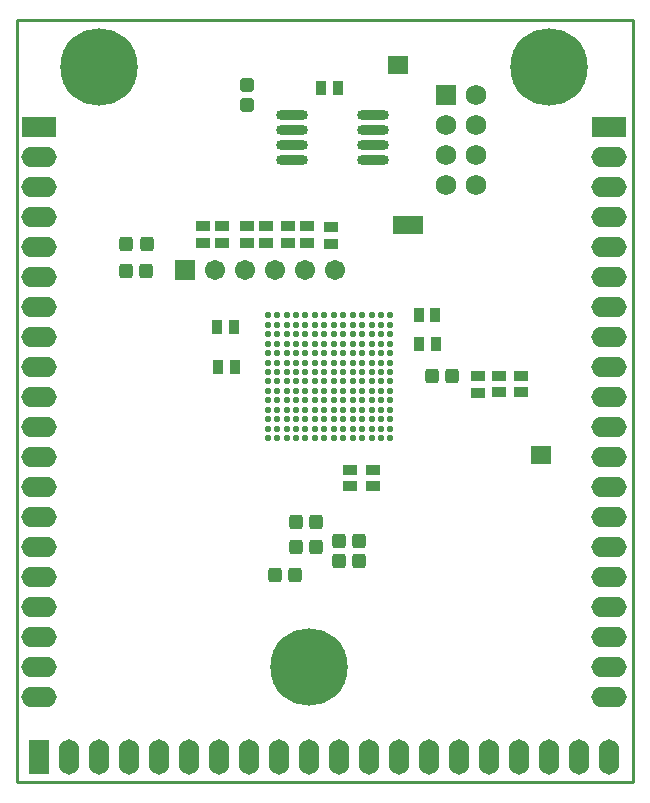
<source format=gts>
G04*
G04 #@! TF.GenerationSoftware,Altium Limited,Altium Designer,20.0.11 (256)*
G04*
G04 Layer_Color=8388736*
%FSLAX25Y25*%
%MOIN*%
G70*
G01*
G75*
%ADD14C,0.01000*%
%ADD26R,0.07087X0.06299*%
%ADD27R,0.10236X0.06299*%
%ADD28R,0.03300X0.05800*%
G04:AMPARAMS|DCode=29|XSize=47.37mil|YSize=43.43mil|CornerRadius=8.43mil|HoleSize=0mil|Usage=FLASHONLY|Rotation=90.000|XOffset=0mil|YOffset=0mil|HoleType=Round|Shape=RoundedRectangle|*
%AMROUNDEDRECTD29*
21,1,0.04737,0.02657,0,0,90.0*
21,1,0.03051,0.04343,0,0,90.0*
1,1,0.01686,0.01329,0.01526*
1,1,0.01686,0.01329,-0.01526*
1,1,0.01686,-0.01329,-0.01526*
1,1,0.01686,-0.01329,0.01526*
%
%ADD29ROUNDEDRECTD29*%
%ADD30C,0.02178*%
%ADD31O,0.10642X0.03359*%
G04:AMPARAMS|DCode=32|XSize=47.37mil|YSize=43.43mil|CornerRadius=8.43mil|HoleSize=0mil|Usage=FLASHONLY|Rotation=0.000|XOffset=0mil|YOffset=0mil|HoleType=Round|Shape=RoundedRectangle|*
%AMROUNDEDRECTD32*
21,1,0.04737,0.02657,0,0,0.0*
21,1,0.03051,0.04343,0,0,0.0*
1,1,0.01686,0.01526,-0.01329*
1,1,0.01686,-0.01526,-0.01329*
1,1,0.01686,-0.01526,0.01329*
1,1,0.01686,0.01526,0.01329*
%
%ADD32ROUNDEDRECTD32*%
%ADD33R,0.03753X0.04540*%
%ADD34R,0.04540X0.03753*%
%ADD35C,0.06706*%
%ADD36R,0.06706X0.06706*%
%ADD37C,0.06902*%
%ADD38R,0.06902X0.06902*%
%ADD39C,0.25800*%
%ADD40O,0.11800X0.06800*%
%ADD41R,0.11800X0.06800*%
%ADD42O,0.06800X0.11800*%
%ADD43R,0.06800X0.11800*%
D14*
X320000Y146500D02*
X525500D01*
Y400500D01*
X320000D02*
X525500D01*
X320000Y146500D02*
Y400500D01*
D26*
X494758Y255776D02*
D03*
X447076Y385749D02*
D03*
D27*
X450193Y332206D02*
D03*
D28*
X493136Y255776D02*
D03*
X496379D02*
D03*
X446996Y332206D02*
D03*
X450240D02*
D03*
X453484D02*
D03*
X448698Y385749D02*
D03*
X445455D02*
D03*
D29*
X412984Y224953D02*
D03*
X419676D02*
D03*
X363188Y325888D02*
D03*
X356495D02*
D03*
X356306Y316932D02*
D03*
X362999D02*
D03*
X465155Y281878D02*
D03*
X458462D02*
D03*
X427262Y226900D02*
D03*
X433955D02*
D03*
X433909Y220234D02*
D03*
X427216D02*
D03*
X419831Y233346D02*
D03*
X413138D02*
D03*
X405983Y215786D02*
D03*
X412676D02*
D03*
D30*
X444487Y261226D02*
D03*
X441338D02*
D03*
X438188D02*
D03*
X435038D02*
D03*
X431889D02*
D03*
X428739D02*
D03*
X425590D02*
D03*
X422440D02*
D03*
X419290D02*
D03*
X416141D02*
D03*
X412991D02*
D03*
X409842D02*
D03*
X406692D02*
D03*
X403542D02*
D03*
X444487Y264375D02*
D03*
X441338D02*
D03*
X438188D02*
D03*
X435038D02*
D03*
X431889D02*
D03*
X428739D02*
D03*
X425590D02*
D03*
X422440D02*
D03*
X419290D02*
D03*
X416141D02*
D03*
X412991D02*
D03*
X409842D02*
D03*
X406692D02*
D03*
X403542D02*
D03*
X444487Y267525D02*
D03*
X441338D02*
D03*
X438188D02*
D03*
X435038D02*
D03*
X431889D02*
D03*
X428739D02*
D03*
X425590D02*
D03*
X422440D02*
D03*
X419290D02*
D03*
X416141D02*
D03*
X412991D02*
D03*
X409842D02*
D03*
X406692D02*
D03*
X403542D02*
D03*
X444487Y270675D02*
D03*
X441338D02*
D03*
X438188D02*
D03*
X435038D02*
D03*
X431889D02*
D03*
X428739D02*
D03*
X425590D02*
D03*
X422440D02*
D03*
X419290D02*
D03*
X416141D02*
D03*
X412991D02*
D03*
X409842D02*
D03*
X406692D02*
D03*
X403542D02*
D03*
X444487Y273824D02*
D03*
X441338D02*
D03*
X438188D02*
D03*
X435038D02*
D03*
X431889D02*
D03*
X428739D02*
D03*
X425590D02*
D03*
X422440D02*
D03*
X419290D02*
D03*
X416141D02*
D03*
X412991D02*
D03*
X409842D02*
D03*
X406692D02*
D03*
X403542D02*
D03*
X444487Y276974D02*
D03*
X441338D02*
D03*
X438188D02*
D03*
X435038D02*
D03*
X431889D02*
D03*
X428739D02*
D03*
X425590D02*
D03*
X422440D02*
D03*
X419290D02*
D03*
X416141D02*
D03*
X412991D02*
D03*
X409842D02*
D03*
X406692D02*
D03*
X403542D02*
D03*
X444487Y280123D02*
D03*
X441338D02*
D03*
X438188D02*
D03*
X435038D02*
D03*
X431889D02*
D03*
X428739D02*
D03*
X425590D02*
D03*
X422440D02*
D03*
X419290D02*
D03*
X416141D02*
D03*
X412991D02*
D03*
X409842D02*
D03*
X406692D02*
D03*
X403542D02*
D03*
X444487Y283273D02*
D03*
X441338D02*
D03*
X438188D02*
D03*
X435038D02*
D03*
X431889D02*
D03*
X428739D02*
D03*
X425590D02*
D03*
X422440D02*
D03*
X419290D02*
D03*
X416141D02*
D03*
X412991D02*
D03*
X409842D02*
D03*
X406692D02*
D03*
X403542D02*
D03*
X444487Y286423D02*
D03*
X441338D02*
D03*
X438188D02*
D03*
X435038D02*
D03*
X431889D02*
D03*
X428739D02*
D03*
X425590D02*
D03*
X422440D02*
D03*
X419290D02*
D03*
X416141D02*
D03*
X412991D02*
D03*
X409842D02*
D03*
X406692D02*
D03*
X403542D02*
D03*
X444487Y289572D02*
D03*
X441338D02*
D03*
X438188D02*
D03*
X435038D02*
D03*
X431889D02*
D03*
X428739D02*
D03*
X425590D02*
D03*
X422440D02*
D03*
X419290D02*
D03*
X416141D02*
D03*
X412991D02*
D03*
X409842D02*
D03*
X406692D02*
D03*
X403542D02*
D03*
X444487Y292722D02*
D03*
X441338D02*
D03*
X438188D02*
D03*
X435038D02*
D03*
X431889D02*
D03*
X428739D02*
D03*
X425590D02*
D03*
X422440D02*
D03*
X419290D02*
D03*
X416141D02*
D03*
X412991D02*
D03*
X409842D02*
D03*
X406692D02*
D03*
X403542D02*
D03*
X444487Y295872D02*
D03*
X441338D02*
D03*
X438188D02*
D03*
X435038D02*
D03*
X431889D02*
D03*
X428739D02*
D03*
X425590D02*
D03*
X422440D02*
D03*
X419290D02*
D03*
X416141D02*
D03*
X412991D02*
D03*
X409842D02*
D03*
X406692D02*
D03*
X403542D02*
D03*
X444487Y299021D02*
D03*
X441338D02*
D03*
X438188D02*
D03*
X435038D02*
D03*
X431889D02*
D03*
X428739D02*
D03*
X425590D02*
D03*
X422440D02*
D03*
X419290D02*
D03*
X416141D02*
D03*
X412991D02*
D03*
X409842D02*
D03*
X406692D02*
D03*
X403542D02*
D03*
X444487Y302171D02*
D03*
X441338D02*
D03*
X438188D02*
D03*
X435038D02*
D03*
X431889D02*
D03*
X428739D02*
D03*
X425590D02*
D03*
X422440D02*
D03*
X419290D02*
D03*
X416141D02*
D03*
X412991D02*
D03*
X409842D02*
D03*
X406692D02*
D03*
X403542D02*
D03*
D31*
X411614Y368823D02*
D03*
Y363823D02*
D03*
Y358823D02*
D03*
Y353823D02*
D03*
X438779Y368823D02*
D03*
Y363823D02*
D03*
Y358823D02*
D03*
Y353823D02*
D03*
D32*
X396582Y372285D02*
D03*
Y378978D02*
D03*
D33*
X426966Y377994D02*
D03*
X421454D02*
D03*
X392300Y298428D02*
D03*
X386788D02*
D03*
X387008Y284847D02*
D03*
X392520D02*
D03*
X459448Y302363D02*
D03*
X453937D02*
D03*
X454036Y292722D02*
D03*
X459548D02*
D03*
D34*
X381888Y326389D02*
D03*
Y331901D02*
D03*
X388187Y326389D02*
D03*
Y331901D02*
D03*
X396663Y326388D02*
D03*
Y331899D02*
D03*
X402911Y326388D02*
D03*
Y331899D02*
D03*
X410234Y326389D02*
D03*
Y331901D02*
D03*
X416534Y326389D02*
D03*
Y331901D02*
D03*
X424602Y325982D02*
D03*
Y331493D02*
D03*
X487841Y276462D02*
D03*
Y281974D02*
D03*
X480755Y276462D02*
D03*
Y281974D02*
D03*
X473620Y276423D02*
D03*
Y281934D02*
D03*
X438584Y245276D02*
D03*
Y250788D02*
D03*
X431042Y250649D02*
D03*
Y245137D02*
D03*
D35*
X425966Y317324D02*
D03*
X415966D02*
D03*
X405966D02*
D03*
X395966D02*
D03*
X385966D02*
D03*
D36*
X375966D02*
D03*
D37*
X472913Y345630D02*
D03*
X462913D02*
D03*
X472913Y355630D02*
D03*
Y365630D02*
D03*
X462913Y355630D02*
D03*
Y365630D02*
D03*
X472913Y375630D02*
D03*
D38*
X462913D02*
D03*
D39*
X497500Y385000D02*
D03*
X347500D02*
D03*
X417500Y185000D02*
D03*
D40*
X517500Y175000D02*
D03*
Y185000D02*
D03*
Y195000D02*
D03*
Y205000D02*
D03*
Y215000D02*
D03*
Y225000D02*
D03*
Y235000D02*
D03*
Y245000D02*
D03*
Y255000D02*
D03*
Y265000D02*
D03*
Y275000D02*
D03*
Y285000D02*
D03*
Y295000D02*
D03*
Y305000D02*
D03*
Y315000D02*
D03*
Y325000D02*
D03*
Y335000D02*
D03*
Y345000D02*
D03*
Y355000D02*
D03*
X327500Y175000D02*
D03*
Y185000D02*
D03*
Y195000D02*
D03*
Y205000D02*
D03*
Y215000D02*
D03*
Y225000D02*
D03*
Y235000D02*
D03*
Y245000D02*
D03*
Y255000D02*
D03*
Y265000D02*
D03*
Y275000D02*
D03*
Y285000D02*
D03*
Y295000D02*
D03*
Y305000D02*
D03*
Y315000D02*
D03*
Y325000D02*
D03*
Y335000D02*
D03*
Y345000D02*
D03*
Y355000D02*
D03*
D41*
X517500Y365000D02*
D03*
X327500D02*
D03*
D42*
X517500Y155000D02*
D03*
X507500D02*
D03*
X497500D02*
D03*
X487500D02*
D03*
X477500D02*
D03*
X467500D02*
D03*
X457500D02*
D03*
X447500D02*
D03*
X437500D02*
D03*
X427500D02*
D03*
X417500D02*
D03*
X407500D02*
D03*
X397500D02*
D03*
X387500D02*
D03*
X377500D02*
D03*
X367500D02*
D03*
X357500D02*
D03*
X347500D02*
D03*
X337500D02*
D03*
D43*
X327500D02*
D03*
M02*

</source>
